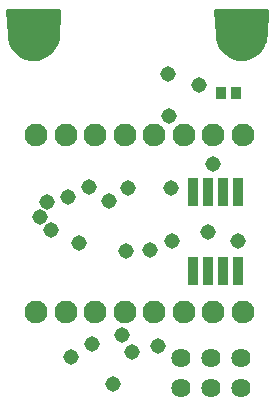
<source format=gts>
G75*
%MOIN*%
%OFA0B0*%
%FSLAX25Y25*%
%IPPOS*%
%LPD*%
%AMOC8*
5,1,8,0,0,1.08239X$1,22.5*
%
%ADD10R,0.03556X0.04343*%
%ADD11R,0.03200X0.09500*%
%ADD12C,0.06400*%
%ADD13C,0.07600*%
%ADD14C,0.13461*%
%ADD15C,0.01200*%
%ADD16C,0.05162*%
D10*
X0073241Y0105499D03*
X0078359Y0105499D03*
D11*
X0079100Y0072499D03*
X0074100Y0072499D03*
X0069100Y0072499D03*
X0064100Y0072499D03*
X0064100Y0045999D03*
X0069100Y0045999D03*
X0074100Y0045999D03*
X0079100Y0045999D03*
D12*
X0080000Y0017199D03*
X0080000Y0007199D03*
X0070000Y0007199D03*
X0070000Y0017199D03*
X0060000Y0017199D03*
X0060000Y0007199D03*
D13*
X0011751Y0032271D03*
X0021594Y0032271D03*
X0031436Y0032271D03*
X0041279Y0032271D03*
X0051121Y0032271D03*
X0060964Y0032271D03*
X0070806Y0032271D03*
X0080649Y0032271D03*
X0080649Y0091326D03*
X0070806Y0091326D03*
X0060964Y0091326D03*
X0051121Y0091326D03*
X0041279Y0091326D03*
X0031436Y0091326D03*
X0021594Y0091326D03*
X0011751Y0091326D03*
D14*
X0011000Y0124699D03*
X0080300Y0124799D03*
D15*
X0085910Y0119189D02*
X0084962Y0118376D01*
X0083901Y0117718D01*
X0082753Y0117228D01*
X0081543Y0116919D01*
X0080300Y0116799D01*
X0079038Y0116870D01*
X0077804Y0117144D01*
X0076631Y0117614D01*
X0075549Y0118266D01*
X0074586Y0119085D01*
X0073767Y0120048D01*
X0073115Y0121130D01*
X0072645Y0122303D01*
X0072371Y0123537D01*
X0072300Y0124799D01*
X0071800Y0132799D01*
X0088800Y0132799D01*
X0088300Y0124799D01*
X0088179Y0123556D01*
X0087871Y0122346D01*
X0087381Y0121198D01*
X0086723Y0120137D01*
X0085910Y0119189D01*
X0085634Y0118953D02*
X0074741Y0118953D01*
X0073705Y0120151D02*
X0086732Y0120151D01*
X0087446Y0121350D02*
X0073027Y0121350D01*
X0072591Y0122548D02*
X0087922Y0122548D01*
X0088198Y0123747D02*
X0072360Y0123747D01*
X0072291Y0124946D02*
X0088309Y0124946D01*
X0088384Y0126144D02*
X0072216Y0126144D01*
X0072141Y0127343D02*
X0088459Y0127343D01*
X0088534Y0128541D02*
X0072066Y0128541D01*
X0071991Y0129740D02*
X0088609Y0129740D01*
X0088684Y0130938D02*
X0071916Y0130938D01*
X0071841Y0132137D02*
X0088759Y0132137D01*
X0083961Y0117754D02*
X0076398Y0117754D01*
X0019000Y0124699D02*
X0019500Y0132699D01*
X0002500Y0132699D01*
X0003000Y0124699D01*
X0003071Y0123437D01*
X0003345Y0122203D01*
X0003815Y0121030D01*
X0004467Y0119948D01*
X0005286Y0118985D01*
X0006249Y0118166D01*
X0007331Y0117514D01*
X0008504Y0117044D01*
X0009738Y0116770D01*
X0011000Y0116699D01*
X0012243Y0116819D01*
X0013453Y0117128D01*
X0014601Y0117618D01*
X0015662Y0118276D01*
X0016610Y0119089D01*
X0017423Y0120037D01*
X0018081Y0121098D01*
X0018571Y0122246D01*
X0018879Y0123456D01*
X0019000Y0124699D01*
X0019015Y0124946D02*
X0002985Y0124946D01*
X0002910Y0126144D02*
X0019090Y0126144D01*
X0019165Y0127343D02*
X0002835Y0127343D01*
X0002760Y0128541D02*
X0019240Y0128541D01*
X0019315Y0129740D02*
X0002685Y0129740D01*
X0002610Y0130938D02*
X0019390Y0130938D01*
X0019465Y0132137D02*
X0002535Y0132137D01*
X0003054Y0123747D02*
X0018908Y0123747D01*
X0018648Y0122548D02*
X0003269Y0122548D01*
X0003687Y0121350D02*
X0018189Y0121350D01*
X0017494Y0120151D02*
X0004344Y0120151D01*
X0005323Y0118953D02*
X0016451Y0118953D01*
X0014822Y0117754D02*
X0006932Y0117754D01*
D16*
X0029500Y0073999D03*
X0036100Y0069299D03*
X0042500Y0073599D03*
X0041600Y0052899D03*
X0049700Y0053199D03*
X0057100Y0056099D03*
X0068900Y0059099D03*
X0079100Y0056199D03*
X0070800Y0081799D03*
X0056600Y0073699D03*
X0056000Y0097799D03*
X0055800Y0111699D03*
X0066100Y0107999D03*
X0026000Y0055299D03*
X0016800Y0059899D03*
X0013200Y0064099D03*
X0015500Y0068999D03*
X0022300Y0070899D03*
X0040300Y0024799D03*
X0043600Y0019199D03*
X0037300Y0008399D03*
X0030500Y0021799D03*
X0023500Y0017399D03*
X0052400Y0020999D03*
M02*

</source>
